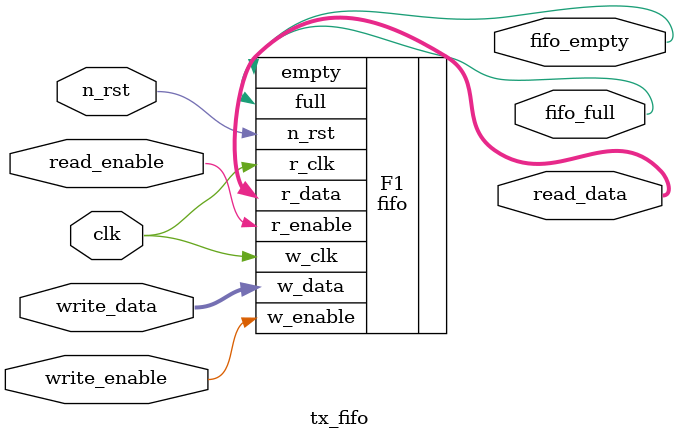
<source format=sv>
module tx_fifo
(
	input wire clk,
	input wire n_rst,
	input wire read_enable,
	input wire write_enable,
	input wire [7:0] write_data,
	output wire [7:0] read_data,
	output wire fifo_empty,
	output wire fifo_full

);

	fifo F1 
		(
			.r_clk(clk),
			.w_clk(clk),
			.n_rst(n_rst),
			.r_enable(read_enable),
			.w_enable(write_enable),
			.r_data(read_data),
			.w_data(write_data),
			.empty(fifo_empty),
			.full(fifo_full)
		);

endmodule
</source>
